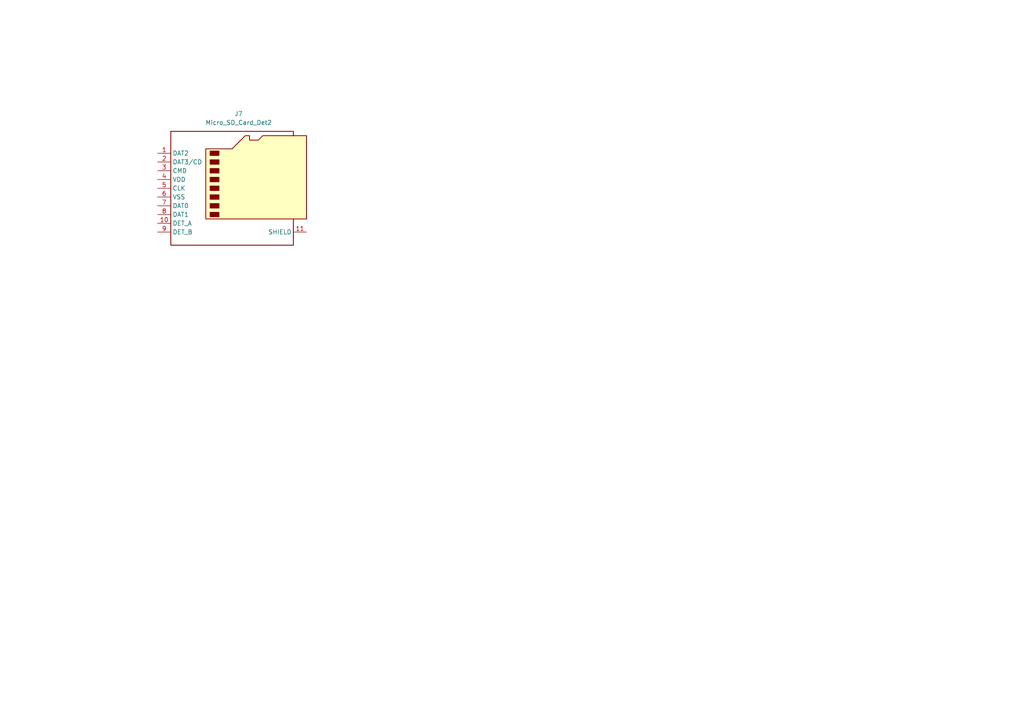
<source format=kicad_sch>
(kicad_sch (version 20250114) (generator "eeschema") (generator_version "9.0")
  (paper "A4")
  (title_block (title "Icepi CM0") (date "2025-11-03") (rev "v1.0") (company "Icy Electronics") (comment 1 "Chengyin Yao (cheyao)") (comment 2 "https://github.com/cheyao/icepi-cm0"))
  (lib_symbols
    (symbol "Connector:Micro_SD_Card_Det2"
      (property "Reference" "J" (at -16.51 17.78 0))
      (property "Value" "Micro_SD_Card_Det2" (at 16.51 17.78 0))
      (symbol "Micro_SD_Card_Det2_0_1"
        (polyline (pts (xy -8.89 -8.89) (xy -8.89 11.43) (xy -1.27 11.43) (xy 2.54 15.24) (xy 3.81 15.24) (xy 3.81 13.97) (xy 6.35 13.97) (xy 7.62 15.24) (xy 20.32 15.24) (xy 20.32 -8.89) (xy -8.89 -8.89)) (stroke (width 0.254)) (fill (type background)))
        (rectangle (start -7.62 10.795) (end -5.08 9.525) (stroke (width 0.254)) (fill (type outline)))
        (rectangle (start -7.62 8.255) (end -5.08 6.985) (stroke (width 0.254)) (fill (type outline)))
        (rectangle (start -7.62 5.715) (end -5.08 4.445) (stroke (width 0.254)) (fill (type outline)))
        (rectangle (start -7.62 3.175) (end -5.08 1.905) (stroke (width 0.254)) (fill (type outline)))
        (rectangle (start -7.62 0.635) (end -5.08 -0.635) (stroke (width 0.254)) (fill (type outline)))
        (rectangle (start -7.62 -1.905) (end -5.08 -3.175) (stroke (width 0.254)) (fill (type outline)))
        (rectangle (start -7.62 -4.445) (end -5.08 -5.715) (stroke (width 0.254)) (fill (type outline)))
        (rectangle (start -7.62 -6.985) (end -5.08 -8.255) (stroke (width 0.254)) (fill (type outline)))
        (polyline (pts (xy 16.51 15.24) (xy 16.51 16.51) (xy -19.05 16.51) (xy -19.05 -16.51) (xy 16.51 -16.51) (xy 16.51 -8.89)) (stroke (width 0.254)))
      )
      (symbol "Micro_SD_Card_Det2_1_1"
        (pin bidirectional line (at -22.86 10.16 0) (length 3.81) (name "DAT2") (number "1"))
        (pin bidirectional line (at -22.86 7.62 0) (length 3.81) (name "DAT3/CD") (number "2"))
        (pin input line (at -22.86 5.08 0) (length 3.81) (name "CMD") (number "3"))
        (pin power_in line (at -22.86 2.54 0) (length 3.81) (name "VDD") (number "4"))
        (pin input line (at -22.86 0 0) (length 3.81) (name "CLK") (number "5"))
        (pin power_in line (at -22.86 -2.54 0) (length 3.81) (name "VSS") (number "6"))
        (pin bidirectional line (at -22.86 -5.08 0) (length 3.81) (name "DAT0") (number "7"))
        (pin bidirectional line (at -22.86 -7.62 0) (length 3.81) (name "DAT1") (number "8"))
        (pin passive line (at -22.86 -10.16 0) (length 3.81) (name "DET_A") (number "10"))
        (pin passive line (at -22.86 -12.7 0) (length 3.81) (name "DET_B") (number "9"))
        (pin passive line (at 20.32 -12.7 180) (length 3.81) (name "SHIELD") (number "11"))
      )
    )
  )
  (symbol (lib_id "Connector:Micro_SD_Card_Det2") (at 68.58 54.61 0) (unit 1)
    (property "Reference" "J7" (at 69.215 33.02 0))
    (property "Value" "Micro_SD_Card_Det2" (at 69.215 35.56 0))
    (property "Datasheet" "https://www.hirose.com/en/product/document?clcode=&productname=&series=DM3&documenttype=Catalog&lang=en&documentid=D49662_en" (effects (hide yes)))
    (property "Description" "Micro SD Card Socket with two card detection pins" (effects (hide yes)))
  )
)
</source>
